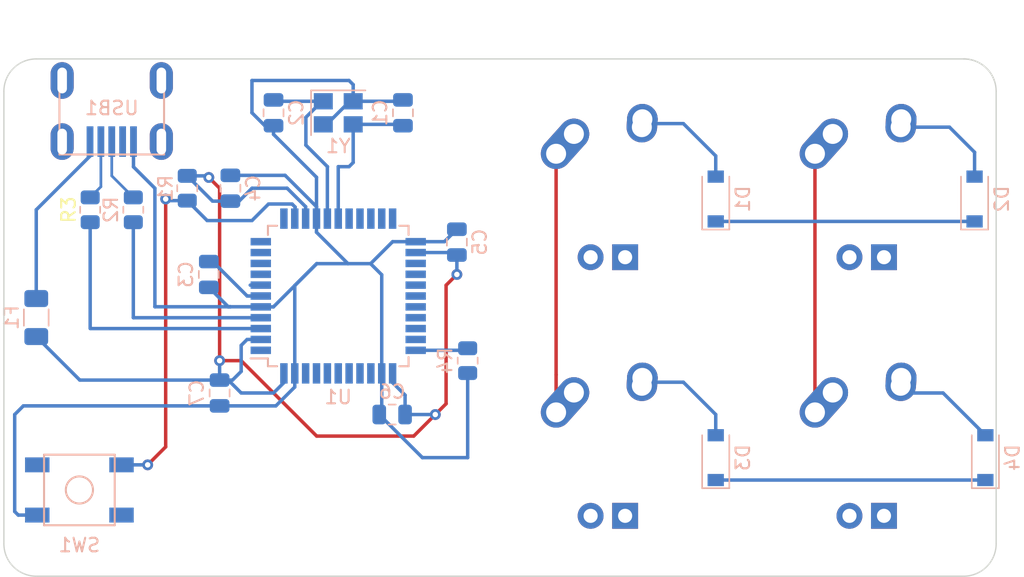
<source format=kicad_pcb>
(kicad_pcb (version 20211014) (generator pcbnew)
  (layers (0 "F.Cu" signal) (31 "B.Cu" signal) (34 "B.Paste" user) (35 "F.Paste" user) (36 "B.SilkS" user "B.Silkscreen") (37 "F.SilkS" user "F.Silkscreen") (38 "B.Mask" user) (39 "F.Mask" user) (44 "Edge.Cuts" user))
  (net 0 "")
  (net 1 "GND")
  (net 2 "Net-(C1-Pad2)")
  (net 3 "Net-(C2-Pad2)")
  (net 4 "Net-(C3-Pad1)")
  (net 5 "+5V")
  (net 6 "ROW0")
  (net 7 "Net-(D1-Pad2)")
  (net 8 "Net-(D2-Pad2)")
  (net 9 "ROW1")
  (net 10 "Net-(D3-Pad2)")
  (net 11 "Net-(D4-Pad2)")
  (net 12 "VCC")
  (net 13 "COL0")
  (net 14 "COL1")
  (net 15 "Net-(R1-Pad2)")
  (net 16 "D+")
  (net 17 "Net-(R2-Pad2)")
  (net 18 "D-")
  (net 19 "Net-(R3-Pad2)")
  (net 20 "Net-(R4-Pad1)")
  (footprint "MX_Alps_Hybrid:MX-1U" (layer "F.Cu") (at 142.875 93.6625)
    (fp_text reference "MX1")
    (fp_text value "MX-NoLED")
    (pad "" np_thru_hole circle locked (at 5.08 0 48.0996) (size 1.75 1.75) (drill 1.75) (layers *.Cu *.Mask))
    (pad "" np_thru_hole circle locked (at 0 0) (size 3.9878 3.9878) (drill 3.9878) (layers *.Cu *.Mask))
    (pad "" np_thru_hole circle locked (at -5.08 0 48.0996) (size 1.75 1.75) (drill 1.75) (layers *.Cu *.Mask))
    (pad "1" thru_hole oval locked (at -3.81 -2.54 48.0996) (size 4.211556 2.25) (drill 1.47 (offset 0.980778 0)) (layers *.Cu "B.Mask") (net 13 "COL0"))
    (pad "1" thru_hole circle locked (at -2.5 -4) (size 2.25 2.25) (drill 1.47) (layers *.Cu "B.Mask") (net 13 "COL0"))
    (pad "2" thru_hole oval locked (at 2.5 -4.5 86.0548) (size 2.831378 2.25) (drill 1.47 (offset 0.290689 0)) (layers *.Cu "B.Mask") (net 7 "Net-(D1-Pad2)"))
    (pad "2" thru_hole circle locked (at 2.54 -5.08) (size 2.25 2.25) (drill 1.47) (layers *.Cu "B.Mask") (net 7 "Net-(D1-Pad2)"))
    (pad "3" thru_hole circle locked (at -1.27 5.08) (size 1.905 1.905) (drill 1.04) (layers *.Cu "B.Mask"))
    (pad "4" thru_hole rect locked (at 1.27 5.08) (size 1.905 1.905) (drill 1.04) (layers *.Cu "B.Mask"))
  )
  (footprint "MX_Alps_Hybrid:MX-1U" (layer "F.Cu") (at 142.875 112.7125)
    (fp_text reference "MX3")
    (fp_text value "MX-NoLED")
    (pad "" np_thru_hole circle locked (at -5.08 0 48.0996) (size 1.75 1.75) (drill 1.75) (layers *.Cu *.Mask))
    (pad "" np_thru_hole circle locked (at 0 0) (size 3.9878 3.9878) (drill 3.9878) (layers *.Cu *.Mask))
    (pad "" np_thru_hole circle locked (at 5.08 0 48.0996) (size 1.75 1.75) (drill 1.75) (layers *.Cu *.Mask))
    (pad "1" thru_hole circle locked (at -2.5 -4) (size 2.25 2.25) (drill 1.47) (layers *.Cu "B.Mask") (net 13 "COL0"))
    (pad "1" thru_hole oval locked (at -3.81 -2.54 48.0996) (size 4.211556 2.25) (drill 1.47 (offset 0.980778 0)) (layers *.Cu "B.Mask") (net 13 "COL0"))
    (pad "2" thru_hole circle locked (at 2.54 -5.08) (size 2.25 2.25) (drill 1.47) (layers *.Cu "B.Mask") (net 10 "Net-(D3-Pad2)"))
    (pad "2" thru_hole oval locked (at 2.5 -4.5 86.0548) (size 2.831378 2.25) (drill 1.47 (offset 0.290689 0)) (layers *.Cu "B.Mask") (net 10 "Net-(D3-Pad2)"))
    (pad "3" thru_hole circle locked (at -1.27 5.08) (size 1.905 1.905) (drill 1.04) (layers *.Cu "B.Mask"))
    (pad "4" thru_hole rect locked (at 1.27 5.08) (size 1.905 1.905) (drill 1.04) (layers *.Cu "B.Mask"))
  )
  (footprint "MX_Alps_Hybrid:MX-1U" (layer "F.Cu") (at 161.925 112.7125)
    (fp_text reference "MX4")
    (fp_text value "MX-NoLED")
    (pad "" np_thru_hole circle locked (at 0 0) (size 3.9878 3.9878) (drill 3.9878) (layers *.Cu *.Mask))
    (pad "" np_thru_hole circle locked (at 5.08 0 48.0996) (size 1.75 1.75) (drill 1.75) (layers *.Cu *.Mask))
    (pad "" np_thru_hole circle locked (at -5.08 0 48.0996) (size 1.75 1.75) (drill 1.75) (layers *.Cu *.Mask))
    (pad "1" thru_hole oval locked (at -3.81 -2.54 48.0996) (size 4.211556 2.25) (drill 1.47 (offset 0.980778 0)) (layers *.Cu "B.Mask") (net 14 "COL1"))
    (pad "1" thru_hole circle locked (at -2.5 -4) (size 2.25 2.25) (drill 1.47) (layers *.Cu "B.Mask") (net 14 "COL1"))
    (pad "2" thru_hole circle locked (at 2.54 -5.08) (size 2.25 2.25) (drill 1.47) (layers *.Cu "B.Mask") (net 11 "Net-(D4-Pad2)"))
    (pad "2" thru_hole oval locked (at 2.5 -4.5 86.0548) (size 2.831378 2.25) (drill 1.47 (offset 0.290689 0)) (layers *.Cu "B.Mask") (net 11 "Net-(D4-Pad2)"))
    (pad "3" thru_hole circle locked (at -1.27 5.08) (size 1.905 1.905) (drill 1.04) (layers *.Cu "B.Mask"))
    (pad "4" thru_hole rect locked (at 1.27 5.08) (size 1.905 1.905) (drill 1.04) (layers *.Cu "B.Mask"))
  )
  (footprint "MX_Alps_Hybrid:MX-1U" (layer "F.Cu") (at 161.925 93.6625)
    (fp_text reference "MX2")
    (fp_text value "MX-NoLED")
    (pad "" np_thru_hole circle locked (at 0 0) (size 3.9878 3.9878) (drill 3.9878) (layers *.Cu *.Mask))
    (pad "" np_thru_hole circle locked (at 5.08 0 48.0996) (size 1.75 1.75) (drill 1.75) (layers *.Cu *.Mask))
    (pad "" np_thru_hole circle locked (at -5.08 0 48.0996) (size 1.75 1.75) (drill 1.75) (layers *.Cu *.Mask))
    (pad "1" thru_hole circle locked (at -2.5 -4) (size 2.25 2.25) (drill 1.47) (layers *.Cu "B.Mask") (net 14 "COL1"))
    (pad "1" thru_hole oval locked (at -3.81 -2.54 48.0996) (size 4.211556 2.25) (drill 1.47 (offset 0.980778 0)) (layers *.Cu "B.Mask") (net 14 "COL1"))
    (pad "2" thru_hole circle locked (at 2.54 -5.08) (size 2.25 2.25) (drill 1.47) (layers *.Cu "B.Mask") (net 8 "Net-(D2-Pad2)"))
    (pad "2" thru_hole oval locked (at 2.5 -4.5 86.0548) (size 2.831378 2.25) (drill 1.47 (offset 0.290689 0)) (layers *.Cu "B.Mask") (net 8 "Net-(D2-Pad2)"))
    (pad "3" thru_hole circle locked (at -1.27 5.08) (size 1.905 1.905) (drill 1.04) (layers *.Cu "B.Mask"))
    (pad "4" thru_hole rect locked (at 1.27 5.08) (size 1.905 1.905) (drill 1.04) (layers *.Cu "B.Mask"))
  )
  (footprint "Resistor_SMD:R_0805_2012Metric" (layer "B.Cu") (at 132.55625 106.3625 -90)
    (fp_text reference "R4" (at 0 1.65 90) (layer "B.SilkS") (effects (justify mirror)))
    (fp_text value "10k")
    (fp_line (start -0.227064 0.735) (end 0.227064 0.735) (layer "B.SilkS") (width 0.12))
    (fp_line (start -0.227064 -0.735) (end 0.227064 -0.735) (layer "B.SilkS") (width 0.12))
    (pad "1" smd roundrect (at -0.9125 0 270) (size 1.025 1.4) (layers "B.Cu" "B.Paste" "B.Mask") (roundrect_rratio 0.243902) (net 20 "Net-(R4-Pad1)"))
    (pad "2" smd roundrect (at 0.9125 0 270) (size 1.025 1.4) (layers "B.Cu" "B.Paste" "B.Mask") (roundrect_rratio 0.243902) (net 1 "GND"))
  )
  (footprint "Diode_SMD:D_SOD-123" (layer "B.Cu") (at 170.65625 113.50625 90)
    (fp_text reference "D4" (at 0 2 90) (layer "B.SilkS") (effects (justify mirror)))
    (fp_text value "D_Small")
    (fp_line (start -2.25 1) (end 1.65 1) (layer "B.SilkS") (width 0.12))
    (fp_line (start -2.25 -1) (end 1.65 -1) (layer "B.SilkS") (width 0.12))
    (fp_line (start -2.25 1) (end -2.25 -1) (layer "B.SilkS") (width 0.12))
    (pad "1" smd rect (at -1.65 0 90) (size 0.9 1.2) (layers "B.Cu" "B.Paste" "B.Mask") (net 9 "ROW1"))
    (pad "2" smd rect (at 1.65 0 90) (size 0.9 1.2) (layers "B.Cu" "B.Paste" "B.Mask") (net 11 "Net-(D4-Pad2)"))
  )
  (footprint "Capacitor_SMD:C_0805_2012Metric" (layer "B.Cu") (at 118.26875 88.10625 90)
    (fp_text reference "C2" (at 0 1.68 90) (layer "B.SilkS") (effects (justify mirror)))
    (fp_text value "22pF")
    (fp_line (start -0.261252 -0.735) (end 0.261252 -0.735) (layer "B.SilkS") (width 0.12))
    (fp_line (start -0.261252 0.735) (end 0.261252 0.735) (layer "B.SilkS") (width 0.12))
    (pad "1" smd roundrect (at -0.95 0 90) (size 1 1.45) (layers "B.Cu" "B.Paste" "B.Mask") (net 1 "GND"))
    (pad "2" smd roundrect (at 0.95 0 90) (size 1 1.45) (layers "B.Cu" "B.Paste" "B.Mask") (net 3 "Net-(C2-Pad2)"))
  )
  (footprint "Capacitor_SMD:C_0805_2012Metric" (layer "B.Cu") (at 131.7625 97.63125 90)
    (fp_text reference "C5" (at 0 1.68 90) (layer "B.SilkS") (effects (justify mirror)))
    (fp_text value ".1uF")
    (fp_line (start -0.261252 -0.735) (end 0.261252 -0.735) (layer "B.SilkS") (width 0.12))
    (fp_line (start -0.261252 0.735) (end 0.261252 0.735) (layer "B.SilkS") (width 0.12))
    (pad "1" smd roundrect (at -0.95 0 90) (size 1 1.45) (layers "B.Cu" "B.Paste" "B.Mask") (net 5 "+5V"))
    (pad "2" smd roundrect (at 0.95 0 90) (size 1 1.45) (layers "B.Cu" "B.Paste" "B.Mask") (net 1 "GND"))
  )
  (footprint "Crystal:Crystal_SMD_3225-4Pin_3.2x2.5mm" (layer "B.Cu") (at 123.03125 88.10625)
    (fp_text reference "Y1" (at 0 2.45) (layer "B.SilkS") (effects (justify mirror)))
    (fp_text value "16MHz")
    (fp_line (start -2 -1.65) (end 2 -1.65) (layer "B.SilkS") (width 0.12))
    (fp_line (start -2 1.65) (end -2 -1.65) (layer "B.SilkS") (width 0.12))
    (pad "1" smd rect (at -1.1 -0.85) (size 1.4 1.2) (layers "B.Cu" "B.Paste" "B.Mask") (net 3 "Net-(C2-Pad2)"))
    (pad "2" smd rect (at 1.1 -0.85) (size 1.4 1.2) (layers "B.Cu" "B.Paste" "B.Mask") (net 1 "GND"))
    (pad "3" smd rect (at 1.1 0.85) (size 1.4 1.2) (layers "B.Cu" "B.Paste" "B.Mask") (net 2 "Net-(C1-Pad2)"))
    (pad "4" smd rect (at -1.1 0.85) (size 1.4 1.2) (layers "B.Cu" "B.Paste" "B.Mask") (net 1 "GND"))
  )
  (footprint "Capacitor_SMD:C_0805_2012Metric" (layer "B.Cu") (at 127 110.33125 180)
    (fp_text reference "C6" (at 0 1.68) (layer "B.SilkS") (effects (justify mirror)))
    (fp_text value ".1uF")
    (fp_line (start -0.261252 -0.735) (end 0.261252 -0.735) (layer "B.SilkS") (width 0.12))
    (fp_line (start -0.261252 0.735) (end 0.261252 0.735) (layer "B.SilkS") (width 0.12))
    (pad "1" smd roundrect (at -0.95 0 180) (size 1 1.45) (layers "B.Cu" "B.Paste" "B.Mask") (net 5 "+5V"))
    (pad "2" smd roundrect (at 0.95 0 180) (size 1 1.45) (layers "B.Cu" "B.Paste" "B.Mask") (net 1 "GND"))
  )
  (footprint "random-keyboard-parts:SKQG-1155865" (layer "B.Cu") (at 103.98125 115.8875 180)
    (fp_text reference "SW1" (at 0 -4.064) (layer "B.SilkS") (effects (justify mirror)))
    (fp_text value "SW_Push")
    (fp_line (start 2.6 -2.6) (end -2.6 -2.6) (layer "B.SilkS") (width 0.15))
    (fp_line (start -2.6 2.6) (end 2.6 2.6) (layer "B.SilkS") (width 0.15))
    (fp_line (start -2.6 -2.6) (end -2.6 2.6) (layer "B.SilkS") (width 0.15))
    (fp_line (start 2.6 2.6) (end 2.6 -2.6) (layer "B.SilkS") (width 0.15))
    (fp_circle (center 0 0) (end 1 0) (layer "B.SilkS") (width 0.15) (fill none))
    (pad "1" smd rect locked (at 3.1 -1.85 180) (size 1.8 1.1) (layers "B.Cu" "B.Paste" "B.Mask") (net 1 "GND"))
    (pad "2" smd rect locked (at -3.1 1.85 180) (size 1.8 1.1) (layers "B.Cu" "B.Paste" "B.Mask") (net 15 "Net-(R1-Pad2)"))
    (pad "3" smd rect locked (at 3.1 1.85 180) (size 1.8 1.1) (layers "B.Cu" "B.Paste" "B.Mask"))
    (pad "4" smd rect locked (at -3.1 -1.85 180) (size 1.8 1.1) (layers "B.Cu" "B.Paste" "B.Mask"))
  )
  (footprint "Diode_SMD:D_SOD-123" (layer "B.Cu") (at 150.8125 94.45625 90)
    (fp_text reference "D1" (at 0 2 90) (layer "B.SilkS") (effects (justify mirror)))
    (fp_text value "D_Small")
    (fp_line (start -2.25 -1) (end 1.65 -1) (layer "B.SilkS") (width 0.12))
    (fp_line (start -2.25 1) (end 1.65 1) (layer "B.SilkS") (width 0.12))
    (fp_line (start -2.25 1) (end -2.25 -1) (layer "B.SilkS") (width 0.12))
    (pad "1" smd rect (at -1.65 0 90) (size 0.9 1.2) (layers "B.Cu" "B.Paste" "B.Mask") (net 6 "ROW0"))
    (pad "2" smd rect (at 1.65 0 90) (size 0.9 1.2) (layers "B.Cu" "B.Paste" "B.Mask") (net 7 "Net-(D1-Pad2)"))
  )
  (footprint "Resistor_SMD:R_0805_2012Metric" (layer "B.Cu") (at 107.95 95.25 -90)
    (fp_text reference "R2" (at 0 1.65 90) (layer "B.SilkS") (effects (justify mirror)))
    (fp_text value "22")
    (fp_line (start -0.227064 -0.735) (end 0.227064 -0.735) (layer "B.SilkS") (width 0.12))
    (fp_line (start -0.227064 0.735) (end 0.227064 0.735) (layer "B.SilkS") (width 0.12))
    (pad "1" smd roundrect (at -0.9125 0 270) (size 1.025 1.4) (layers "B.Cu" "B.Paste" "B.Mask") (roundrect_rratio 0.243902) (net 16 "D+"))
    (pad "2" smd roundrect (at 0.9125 0 270) (size 1.025 1.4) (layers "B.Cu" "B.Paste" "B.Mask") (roundrect_rratio 0.243902) (net 17 "Net-(R2-Pad2)"))
  )
  (footprint "Diode_SMD:D_SOD-123" (layer "B.Cu") (at 169.8625 94.45625 90)
    (fp_text reference "D2" (at 0 2 90) (layer "B.SilkS") (effects (justify mirror)))
    (fp_text value "D_Small")
    (fp_line (start -2.25 1) (end -2.25 -1) (layer "B.SilkS") (width 0.12))
    (fp_line (start -2.25 1) (end 1.65 1) (layer "B.SilkS") (width 0.12))
    (fp_line (start -2.25 -1) (end 1.65 -1) (layer "B.SilkS") (width 0.12))
    (pad "1" smd rect (at -1.65 0 90) (size 0.9 1.2) (layers "B.Cu" "B.Paste" "B.Mask") (net 6 "ROW0"))
    (pad "2" smd rect (at 1.65 0 90) (size 0.9 1.2) (layers "B.Cu" "B.Paste" "B.Mask") (net 8 "Net-(D2-Pad2)"))
  )
  (footprint "Fuse:Fuse_1206_3216Metric" (layer "B.Cu") (at 100.80625 103.1875 -90)
    (fp_text reference "F1" (at 0 1.82 90) (layer "B.SilkS") (effects (justify mirror)))
    (fp_text value "500mA")
    (fp_line (start -0.602064 0.91) (end 0.602064 0.91) (layer "B.SilkS") (width 0.12))
    (fp_line (start -0.602064 -0.91) (end 0.602064 -0.91) (layer "B.SilkS") (width 0.12))
    (pad "1" smd roundrect (at -1.4 0 270) (size 1.25 1.75) (layers "B.Cu" "B.Paste" "B.Mask") (roundrect_rratio 0.2) (net 12 "VCC"))
    (pad "2" smd roundrect (at 1.4 0 270) (size 1.25 1.75) (layers "B.Cu" "B.Paste" "B.Mask") (roundrect_rratio 0.2) (net 5 "+5V"))
  )
  (footprint "Resistor_SMD:R_0805_2012Metric" (layer "B.Cu") (at 111.91875 93.6625 -90)
    (fp_text reference "R1" (at 0 1.59625 90) (layer "B.SilkS") (effects (justify mirror)))
    (fp_text value "10k")
    (fp_line (start -0.227064 -0.735) (end 0.227064 -0.735) (layer "B.SilkS") (width 0.12))
    (fp_line (start -0.227064 0.735) (end 0.227064 0.735) (layer "B.SilkS") (width 0.12))
    (pad "1" smd roundrect (at -0.9125 0 270) (size 1.025 1.4) (layers "B.Cu" "B.Paste" "B.Mask") (roundrect_rratio 0.243902) (net 5 "+5V"))
    (pad "2" smd roundrect (at 0.9125 0 270) (size 1.025 1.4) (layers "B.Cu" "B.Paste" "B.Mask") (roundrect_rratio 0.243902) (net 15 "Net-(R1-Pad2)"))
  )
  (footprint "Capacitor_SMD:C_0805_2012Metric" (layer "B.Cu") (at 114.3 108.74375 -90)
    (fp_text reference "C7" (at 0 1.68 90) (layer "B.SilkS") (effects (justify mirror)))
    (fp_text value "10uF")
    (fp_line (start -0.261252 -0.735) (end 0.261252 -0.735) (layer "B.SilkS") (width 0.12))
    (fp_line (start -0.261252 0.735) (end 0.261252 0.735) (layer "B.SilkS") (width 0.12))
    (pad "1" smd roundrect (at -0.95 0 270) (size 1 1.45) (layers "B.Cu" "B.Paste" "B.Mask") (net 5 "+5V"))
    (pad "2" smd roundrect (at 0.95 0 270) (size 1 1.45) (layers "B.Cu" "B.Paste" "B.Mask") (net 1 "GND"))
  )
  (footprint "Resistor_SMD:R_0805_2012Metric" (layer "B.Cu") (at 104.775 95.25 -90)
    (fp_text reference "R3" (at 0 1.5875 -270) (layer "F.SilkS"))
    (fp_text value "22")
    (fp_line (start -0.227064 0.735) (end 0.227064 0.735) (layer "B.SilkS") (width 0.12))
    (fp_line (start -0.227064 -0.735) (end 0.227064 -0.735) (layer "B.SilkS") (width 0.12))
    (pad "1" smd roundrect (at -0.9125 0 270) (size 1.025 1.4) (layers "B.Cu" "B.Paste" "B.Mask") (roundrect_rratio 0.243902) (net 18 "D-"))
    (pad "2" smd roundrect (at 0.9125 0 270) (size 1.025 1.4) (layers "B.Cu" "B.Paste" "B.Mask") (roundrect_rratio 0.243902) (net 19 "Net-(R3-Pad2)"))
  )
  (footprint "random-keyboard-parts:Molex-0548190589" (layer "B.Cu") (at 106.3625 85.725 -90)
    (fp_text reference "USB1" (at 2.032 0) (layer "B.SilkS") (effects (justify mirror)))
    (fp_text value "Molex-0548190589")
    (fp_line (start 5.45 3.85) (end 5.45 -3.85) (layer "B.SilkS") (width 0.15))
    (fp_line (start 0 -3.85) (end 5.45 -3.85) (layer "B.SilkS") (width 0.15))
    (fp_line (start 0 3.85) (end 5.45 3.85) (layer "B.SilkS") (width 0.15))
    (pad "1" smd rect locked (at 4.5 -1.6 270) (size 2.25 0.5) (layers "B.Cu" "B.Paste" "B.Mask") (net 1 "GND"))
    (pad "2" smd rect locked (at 4.5 -0.8 270) (size 2.25 0.5) (layers "B.Cu" "B.Paste" "B.Mask"))
    (pad "3" smd rect locked (at 4.5 0 270) (size 2.25 0.5) (layers "B.Cu" "B.Paste" "B.Mask") (net 16 "D+"))
    (pad "4" smd rect locked (at 4.5 0.8 270) (size 2.25 0.5) (layers "B.Cu" "B.Paste" "B.Mask") (net 18 "D-"))
    (pad "5" smd rect locked (at 4.5 1.6 270) (size 2.25 0.5) (layers "B.Cu" "B.Paste" "B.Mask") (net 12 "VCC"))
    (pad "6" thru_hole oval locked (at 0 -3.65 270) (size 2.7 1.7) (drill oval 1.9 0.7) (layers *.Cu *.Mask))
    (pad "6" thru_hole oval locked (at 4.5 3.65 270) (size 2.7 1.7) (drill oval 1.9 0.7) (layers *.Cu *.Mask))
    (pad "6" thru_hole oval locked (at 0 3.65 270) (size 2.7 1.7) (drill oval 1.9 0.7) (layers *.Cu *.Mask))
    (pad "6" thru_hole oval locked (at 4.5 -3.65 270) (size 2.7 1.7) (drill oval 1.9 0.7) (layers *.Cu *.Mask))
  )
  (footprint "Package_QFP:TQFP-44_10x10mm_P0.8mm" (layer "B.Cu") (at 123.03125 101.6)
    (fp_text reference "U1" (at 0 7.45) (layer "B.SilkS") (effects (justify mirror)))
    (fp_text value "ATmega32U4-A")
    (fp_line (start 5.175 -5.175) (end 5.175 -4.5) (layer "B.SilkS") (width 0.15))
    (fp_line (start 5.175 -5.175) (end 4.5 -5.175) (layer "B.SilkS") (width 0.15))
    (fp_line (start -5.175 4.6) (end -6.45 4.6) (layer "B.SilkS") (width 0.15))
    (fp_line (start 5.175 5.175) (end 4.5 5.175) (layer "B.SilkS") (width 0.15))
    (fp_line (start -5.175 5.175) (end -5.175 4.6) (layer "B.SilkS") (width 0.15))
    (fp_line (start -5.175 5.175) (end -4.5 5.175) (layer "B.SilkS") (width 0.15))
    (fp_line (start -5.175 -5.175) (end -5.175 -4.5) (layer "B.SilkS") (width 0.15))
    (fp_line (start 5.175 5.175) (end 5.175 4.5) (layer "B.SilkS") (width 0.15))
    (fp_line (start -5.175 -5.175) (end -4.5 -5.175) (layer "B.SilkS") (width 0.15))
    (pad "1" smd rect (at -5.7 4) (size 1.5 0.55) (layers "B.Cu" "B.Paste" "B.Mask"))
    (pad "2" smd rect (at -5.7 3.2) (size 1.5 0.55) (layers "B.Cu" "B.Paste" "B.Mask") (net 5 "+5V"))
    (pad "3" smd rect (at -5.7 2.4) (size 1.5 0.55) (layers "B.Cu" "B.Paste" "B.Mask") (net 19 "Net-(R3-Pad2)"))
    (pad "4" smd rect (at -5.7 1.6) (size 1.5 0.55) (layers "B.Cu" "B.Paste" "B.Mask") (net 17 "Net-(R2-Pad2)"))
    (pad "5" smd rect (at -5.7 0.8) (size 1.5 0.55) (layers "B.Cu" "B.Paste" "B.Mask") (net 1 "GND"))
    (pad "6" smd rect (at -5.7 0) (size 1.5 0.55) (layers "B.Cu" "B.Paste" "B.Mask") (net 4 "Net-(C3-Pad1)"))
    (pad "7" smd rect (at -5.7 -0.8) (size 1.5 0.55) (layers "B.Cu" "B.Paste" "B.Mask") (net 5 "+5V"))
    (pad "8" smd rect (at -5.7 -1.6) (size 1.5 0.55) (layers "B.Cu" "B.Paste" "B.Mask"))
    (pad "9" smd rect (at -5.7 -2.4) (size 1.5 0.55) (layers "B.Cu" "B.Paste" "B.Mask"))
    (pad "10" smd rect (at -5.7 -3.2) (size 1.5 0.55) (layers "B.Cu" "B.Paste" "B.Mask"))
    (pad "11" smd rect (at -5.7 -4) (size 1.5 0.55) (layers "B.Cu" "B.Paste" "B.Mask"))
    (pad "12" smd rect (at -4 -5.7 270) (size 1.5 0.55) (layers "B.Cu" "B.Paste" "B.Mask"))
    (pad "13" smd rect (at -3.2 -5.7 270) (size 1.5 0.55) (layers "B.Cu" "B.Paste" "B.Mask") (net 15 "Net-(R1-Pad2)"))
    (pad "14" smd rect (at -2.4 -5.7 270) (size 1.5 0.55) (layers "B.Cu" "B.Paste" "B.Mask") (net 5 "+5V"))
    (pad "15" smd rect (at -1.6 -5.7 270) (size 1.5 0.55) (layers "B.Cu" "B.Paste" "B.Mask") (net 1 "GND"))
    (pad "16" smd rect (at -0.8 -5.7 270) (size 1.5 0.55) (layers "B.Cu" "B.Paste" "B.Mask") (net 3 "Net-(C2-Pad2)"))
    (pad "17" smd rect (at 0 -5.7 270) (size 1.5 0.55) (layers "B.Cu" "B.Paste" "B.Mask") (net 2 "Net-(C1-Pad2)"))
    (pad "18" smd rect (at 0.8 -5.7 270) (size 1.5 0.55) (layers "B.Cu" "B.Paste" "B.Mask"))
    (pad "19" smd rect (at 1.6 -5.7 270) (size 1.5 0.55) (layers "B.Cu" "B.Paste" "B.Mask"))
    (pad "20" smd rect (at 2.4 -5.7 270) (size 1.5 0.55) (layers "B.Cu" "B.Paste" "B.Mask"))
    (pad "21" smd rect (at 3.2 -5.7 270) (size 1.5 0.55) (layers "B.Cu" "B.Paste" "B.Mask"))
    (pad "22" smd rect (at 4 -5.7 270) (size 1.5 0.55) (layers "B.Cu" "B.Paste" "B.Mask"))
    (pad "23" smd rect (at 5.7 -4) (size 1.5 0.55) (layers "B.Cu" "B.Paste" "B.Mask") (net 1 "GND"))
    (pad "24" smd rect (at 5.7 -3.2) (size 1.5 0.55) (layers "B.Cu" "B.Paste" "B.Mask") (net 5 "+5V"))
    (pad "25" smd rect (at 5.7 -2.4) (size 1.5 0.55) (layers "B.Cu" "B.Paste" "B.Mask"))
    (pad "26" smd rect (at 5.7 -1.6) (size 1.5 0.55) (layers "B.Cu" "B.Paste" "B.Mask"))
    (pad "27" smd rect (at 5.7 -0.8) (size 1.5 0.55) (layers "B.Cu" "B.Paste" "B.Mask"))
    (pad "28" smd rect (at 5.7 0) (size 1.5 0.55) (layers "B.Cu" "B.Paste" "B.Mask"))
    (pad "29" smd rect (at 5.7 0.8) (size 1.5 0.55) (layers "B.Cu" "B.Paste" "B.Mask"))
    (pad "30" smd rect (at 5.7 1.6) (size 1.5 0.55) (layers "B.Cu" "B.Paste" "B.Mask"))
    (pad "31" smd rect (at 5.7 2.4) (size 1.5 0.55) (layers "B.Cu" "B.Paste" "B.Mask"))
    (pad "32" smd rect (at 5.7 3.2) (size 1.5 0.55) (layers "B.Cu" "B.Paste" "B.Mask"))
    (pad "33" smd rect (at 5.7 4) (size 1.5 0.55) (layers "B.Cu" "B.Paste" "B.Mask") (net 20 "Net-(R4-Pad1)"))
    (pad "34" smd rect (at 4 5.7 270) (size 1.5 0.55) (layers "B.Cu" "B.Paste" "B.Mask") (net 5 "+5V"))
    (pad "35" smd rect (at 3.2 5.7 270) (size 1.5 0.55) (layers "B.Cu" "B.Paste" "B.Mask") (net 1 "GND"))
    (pad "36" smd rect (at 2.4 5.7 270) (size 1.5 0.55) (layers "B.Cu" "B.Paste" "B.Mask"))
    (pad "37" smd rect (at 1.6 5.7 270) (size 1.5 0.55) (layers "B.Cu" "B.Paste" "B.Mask"))
    (pad "38" smd rect (at 0.8 5.7 270) (size 1.5 0.55) (layers "B.Cu" "B.Paste" "B.Mask"))
    (pad "39" smd rect (at 0 5.7 270) (size 1.5 0.55) (layers "B.Cu" "B.Paste" "B.Mask"))
    (pad "40" smd rect (at -0.8 5.7 270) (size 1.5 0.55) (layers "B.Cu" "B.Paste" "B.Mask"))
    (pad "41" smd rect (at -1.6 5.7 270) (size 1.5 0.55) (layers "B.Cu" "B.Paste" "B.Mask"))
    (pad "42" smd rect (at -2.4 5.7 270) (size 1.5 0.55) (layers "B.Cu" "B.Paste" "B.Mask"))
    (pad "43" smd rect (at -3.2 5.7 270) (size 1.5 0.55) (layers "B.Cu" "B.Paste" "B.Mask") (net 1 "GND"))
    (pad "44" smd rect (at -4 5.7 270) (size 1.5 0.55) (layers "B.Cu" "B.Paste" "B.Mask") (net 5 "+5V"))
  )
  (footprint "Capacitor_SMD:C_0805_2012Metric" (layer "B.Cu") (at 113.50625 100.0125 -90)
    (fp_text reference "C3" (at 0 1.68 90) (layer "B.SilkS") (effects (justify mirror)))
    (fp_text value "1uF")
    (fp_line (start -0.261252 0.735) (end 0.261252 0.735) (layer "B.SilkS") (width 0.12))
    (fp_line (start -0.261252 -0.735) (end 0.261252 -0.735) (layer "B.SilkS") (width 0.12))
    (pad "1" smd roundrect (at -0.95 0 270) (size 1 1.45) (layers "B.Cu" "B.Paste" "B.Mask") (net 4 "Net-(C3-Pad1)"))
    (pad "2" smd roundrect (at 0.95 0 270) (size 1 1.45) (layers "B.Cu" "B.Paste" "B.Mask") (net 1 "GND"))
  )
  (footprint "Capacitor_SMD:C_0805_2012Metric" (layer "B.Cu") (at 115.09375 93.6625 90)
    (fp_text reference "C4" (at 0 1.68 90) (layer "B.SilkS") (effects (justify mirror)))
    (fp_text value ".1uF")
    (fp_line (start -0.261252 0.735) (end 0.261252 0.735) (layer "B.SilkS") (width 0.12))
    (fp_line (start -0.261252 -0.735) (end 0.261252 -0.735) (layer "B.SilkS") (width 0.12))
    (pad "1" smd roundrect (at -0.95 0 90) (size 1 1.45) (layers "B.Cu" "B.Paste" "B.Mask") (net 5 "+5V"))
    (pad "2" smd roundrect (at 0.95 0 90) (size 1 1.45) (layers "B.Cu" "B.Paste" "B.Mask") (net 1 "GND"))
  )
  (footprint "Diode_SMD:D_SOD-123" (layer "B.Cu") (at 150.8125 113.50625 90)
    (fp_text reference "D3" (at 0 2 90) (layer "B.SilkS") (effects (justify mirror)))
    (fp_text value "D_Small")
    (fp_line (start -2.25 -1) (end 1.65 -1) (layer "B.SilkS") (width 0.12))
    (fp_line (start -2.25 1) (end 1.65 1) (layer "B.SilkS") (width 0.12))
    (fp_line (start -2.25 1) (end -2.25 -1) (layer "B.SilkS") (width 0.12))
    (pad "1" smd rect (at -1.65 0 90) (size 0.9 1.2) (layers "B.Cu" "B.Paste" "B.Mask") (net 9 "ROW1"))
    (pad "2" smd rect (at 1.65 0 90) (size 0.9 1.2) (layers "B.Cu" "B.Paste" "B.Mask") (net 10 "Net-(D3-Pad2)"))
  )
  (footprint "Capacitor_SMD:C_0805_2012Metric" (layer "B.Cu") (at 127.79375 88.10625 -90)
    (fp_text reference "C1" (at 0 1.68 90) (layer "B.SilkS") (effects (justify mirror)))
    (fp_text value "22pF")
    (fp_line (start -0.261252 -0.735) (end 0.261252 -0.735) (layer "B.SilkS") (width 0.12))
    (fp_line (start -0.261252 0.735) (end 0.261252 0.735) (layer "B.SilkS") (width 0.12))
    (pad "1" smd roundrect (at -0.95 0 270) (size 1 1.45) (layers "B.Cu" "B.Paste" "B.Mask") (net 1 "GND"))
    (pad "2" smd roundrect (at 0.95 0 270) (size 1 1.45) (layers "B.Cu" "B.Paste" "B.Mask") (net 2 "Net-(C1-Pad2)"))
  )
  (gr_arc (start 169.06875 84.1375) (mid 170.461091 84.58698) (end 171.327802 85.765733) (layer "Edge.Cuts") (width 0.1))
  (gr_line (start 100.80625 84.1375) (end 169.06875 84.1375) (layer "Edge.Cuts") (width 0.1))
  (gr_arc (start 98.425 86.51875) (mid 99.122452 84.834952) (end 100.80625 84.1375) (layer "Edge.Cuts") (width 0.1))
  (gr_line (start 98.425 119.85625) (end 98.425 86.51875) (layer "Edge.Cuts") (width 0.1))
  (gr_arc (start 100.80625 122.2375) (mid 99.122452 121.540048) (end 98.425 119.85625) (layer "Edge.Cuts") (width 0.1))
  (gr_arc (start 171.45 119.85625) (mid 170.752548 121.540048) (end 169.06875 122.2375) (layer "Edge.Cuts") (width 0.1))
  (gr_line (start 169.06875 122.2375) (end 100.80625 122.2375) (layer "Edge.Cuts") (width 0.1))
  (gr_line (start 171.45 86.51875) (end 171.45 119.85625) (layer "Edge.Cuts") (width 0.1))
  (gr_arc (start 169.06875 84.1375) (mid 170.752548 84.834952) (end 171.45 86.51875) (layer "Edge.Cuts") (width 0.1))
  (segment (start 118.26875 89.05625) (end 117.63125 89.05625) (width 0.254) (layer "B.Cu") (net 1))
  (segment (start 122.18125 88.95625) (end 123.88125 87.25625) (width 0.254) (layer "B.Cu") (net 1))
  (segment (start 125.4125 99.21875) (end 127.03125 97.6) (width 0.254) (layer "B.Cu") (net 1))
  (segment (start 123.746 99.21875) (end 121.44375 99.21875) (width 0.254) (layer "B.Cu") (net 1))
  (segment (start 127.69375 87.25625) (end 124.13125 87.25625) (width 0.254) (layer "B.Cu") (net 1))
  (segment (start 119.83125 100.83125) (end 119.83125 107.3) (width 0.254) (layer "B.Cu") (net 1))
  (segment (start 99.85625 109.69375) (end 114.3 109.69375) (width 0.254) (layer "B.Cu") (net 1))
  (segment (start 132.55625 113.50625) (end 132.55625 107.275) (width 0.254) (layer "B.Cu") (net 1))
  (segment (start 113.50625 100.9625) (end 114.9375 102.39375) (width 0.254) (layer "B.Cu") (net 1))
  (segment (start 116.68125 88.10625) (end 116.68125 85.725) (width 0.254) (layer "B.Cu") (net 1))
  (segment (start 121.44375 99.21875) (end 119.83125 100.83125) (width 0.254) (layer "B.Cu") (net 1))
  (segment (start 99.21875 110.33125) (end 99.85625 109.69375) (width 0.254) (layer "B.Cu") (net 1))
  (segment (start 115.09375 92.7125) (end 119.121772 92.7125) (width 0.254) (layer "B.Cu") (net 1))
  (segment (start 119.83125 107.3) (end 119.83125 108.304) (width 0.254) (layer "B.Cu") (net 1))
  (segment (start 121.43125 96.904) (end 123.746 99.21875) (width 0.254) (layer "B.Cu") (net 1))
  (segment (start 107.9625 90.225) (end 107.9625 92.0875) (width 0.254) (layer "B.Cu") (net 1))
  (segment (start 124.13125 86.03125) (end 124.13125 87.25625) (width 0.254) (layer "B.Cu") (net 1))
  (segment (start 115.09375 102.39375) (end 117.475 102.39375) (width 0.254) (layer "B.Cu") (net 1))
  (segment (start 118.4415 109.69375) (end 114.3 109.69375) (width 0.254) (layer "B.Cu") (net 1))
  (segment (start 119.83125 108.304) (end 118.4415 109.69375) (width 0.254) (layer "B.Cu") (net 1))
  (segment (start 121.43125 95.9) (end 121.43125 92.85625) (width 0.254) (layer "B.Cu") (net 1))
  (segment (start 121.44375 99.21875) (end 118.2625 102.4) (width 0.254) (layer "B.Cu") (net 1))
  (segment (start 126.23125 110.15) (end 126.05 110.33125) (width 0.254) (layer "B.Cu") (net 1))
  (segment (start 125.4125 99.21875) (end 126.23125 100.0375) (width 0.254) (layer "B.Cu") (net 1))
  (segment (start 114.9375 102.39375) (end 115.09375 102.39375) (width 0.254) (layer "B.Cu") (net 1))
  (segment (start 116.68125 85.725) (end 123.825 85.725) (width 0.254) (layer "B.Cu") (net 1))
  (segment (start 126.23125 107.3) (end 126.23125 110.15) (width 0.254) (layer "B.Cu") (net 1))
  (segment (start 121.43125 95.9) (end 121.43125 96.904) (width 0.254) (layer "B.Cu") (net 1))
  (segment (start 123.825 85.725) (end 124.13125 86.03125) (width 0.254) (layer "B.Cu") (net 1))
  (segment (start 123.746 99.21875) (end 125.4125 99.21875) (width 0.254) (layer "B.Cu") (net 1))
  (segment (start 109.5375 93.6625) (end 109.5375 102.39375) (width 0.254) (layer "B.Cu") (net 1))
  (segment (start 100.88125 117.7375) (end 99.48125 117.7375) (width 0.254) (layer "B.Cu") (net 1))
  (segment (start 121.43125 92.85625) (end 118.26875 89.69375) (width 0.254) (layer "B.Cu") (net 1))
  (segment (start 107.9625 92.0875) (end 109.5375 93.6625) (width 0.254) (layer "B.Cu") (net 1))
  (segment (start 123.88125 87.25625) (end 124.13125 87.25625) (width 0.254) (layer "B.Cu") (net 1))
  (segment (start 131.7625 96.68125) (end 130.84375 97.6) (width 0.254) (layer "B.Cu") (net 1))
  (segment (start 119.121772 92.7125) (end 121.43125 95.021978) (width 0.254) (layer "B.Cu") (net 1))
  (segment (start 99.21875 117.475) (end 99.21875 110.33125) (width 0.254) (layer "B.Cu") (net 1))
  (segment (start 126.05 110.33125) (end 129.225 113.50625) (width 0.254) (layer "B.Cu") (net 1))
  (segment (start 117.63125 89.05625) (end 116.68125 88.10625) (width 0.254) (layer "B.Cu") (net 1))
  (segment (start 109.5375 102.39375) (end 115.09375 102.39375) (width 0.254) (layer "B.Cu") (net 1))
  (segment (start 127.79375 87.15625) (end 127.69375 87.25625) (width 0.254) (layer "B.Cu") (net 1))
  (segment (start 121.93125 88.95625) (end 122.18125 88.95625) (width 0.254) (layer "B.Cu") (net 1))
  (segment (start 130.84375 97.6) (end 128.73125 97.6) (width 0.254) (layer "B.Cu") (net 1))
  (segment (start 127.03125 97.6) (end 128.73125 97.6) (width 0.254) (layer "B.Cu") (net 1))
  (segment (start 118.26875 89.69375) (end 118.26875 89.05625) (width 0.254) (layer "B.Cu") (net 1))
  (segment (start 118.2625 102.4) (end 117.33125 102.4) (width 0.254) (layer "B.Cu") (net 1))
  (segment (start 99.48125 117.7375) (end 99.21875 117.475) (width 0.254) (layer "B.Cu") (net 1))
  (segment (start 126.23125 100.0375) (end 126.23125 107.3) (width 0.254) (layer "B.Cu") (net 1))
  (segment (start 129.225 113.50625) (end 132.55625 113.50625) (width 0.254) (layer "B.Cu") (net 1))
  (segment (start 121.43125 95.021978) (end 121.43125 95.9) (width 0.254) (layer "B.Cu") (net 1))
  (segment (start 124.13125 88.95625) (end 127.69375 88.95625) (width 0.254) (layer "B.Cu") (net 2))
  (segment (start 123.03125 95.9) (end 123.03125 92.075) (width 0.254) (layer "B.Cu") (net 2))
  (segment (start 127.69375 88.95625) (end 127.79375 89.05625) (width 0.254) (layer "B.Cu") (net 2))
  (segment (start 123.825 92.075) (end 124.13125 91.76875) (width 0.254) (layer "B.Cu") (net 2))
  (segment (start 124.13125 91.76875) (end 124.13125 88.95625) (width 0.254) (layer "B.Cu") (net 2))
  (segment (start 123.03125 92.075) (end 123.825 92.075) (width 0.254) (layer "B.Cu") (net 2))
  (segment (start 121.83125 87.25625) (end 120.65 88.4375) (width 0.254) (layer "B.Cu") (net 3))
  (segment (start 118.36875 87.25625) (end 121.93125 87.25625) (width 0.254) (layer "B.Cu") (net 3))
  (segment (start 120.65 88.4375) (end 120.65 90.4875) (width 0.254) (layer "B.Cu") (net 3))
  (segment (start 120.65 90.4875) (end 122.2375 92.075) (width 0.254) (layer "B.Cu") (net 3))
  (segment (start 118.26875 87.15625) (end 118.36875 87.25625) (width 0.254) (layer "B.Cu") (net 3))
  (segment (start 121.93125 87.25625) (end 121.83125 87.25625) (width 0.254) (layer "B.Cu") (net 3))
  (segment (start 122.2375 92.075) (end 122.23125 92.08125) (width 0.254) (layer "B.Cu") (net 3))
  (segment (start 122.23125 92.08125) (end 122.23125 95.9) (width 0.254) (layer "B.Cu") (net 3))
  (segment (start 113.78975 99.0625) (end 113.50625 99.0625) (width 0.254) (layer "B.Cu") (net 4))
  (segment (start 117.33125 101.6) (end 116.32725 101.6) (width 0.254) (layer "B.Cu") (net 4))
  (segment (start 116.32725 101.6) (end 113.78975 99.0625) (width 0.254) (layer "B.Cu") (net 4))
  (segment (start 130.96875 100.80625) (end 131.7625 100.0125) (width 0.254) (layer "F.Cu") (net 5))
  (segment (start 128.5875 111.91875) (end 130.96875 109.5375) (width 0.254) (layer "F.Cu") (net 5))
  (segment (start 114.3 106.3625) (end 114.3 93.6625) (width 0.254) (layer "F.Cu") (net 5))
  (segment (start 114.3 106.3625) (end 115.8875 106.3625) (width 0.254) (layer "F.Cu") (net 5))
  (segment (start 121.44375 111.91875) (end 128.5875 111.91875) (width 0.254) (layer "F.Cu") (net 5))
  (segment (start 130.96875 109.5375) (end 130.96875 100.80625) (width 0.254) (layer "F.Cu") (net 5))
  (segment (start 114.3 93.6625) (end 113.50625 92.86875) (width 0.254) (layer "F.Cu") (net 5))
  (segment (start 115.8875 106.3625) (end 121.44375 111.91875) (width 0.254) (layer "F.Cu") (net 5))
  (via (at 114.3 106.3625) (size 0.8) (drill 0.4) (layers "F.Cu" "B.Cu") (net 5))
  (via (at 113.50625 92.86875) (size 0.8) (drill 0.4) (layers "F.Cu" "B.Cu") (net 5))
  (via (at 131.7625 100.0125) (size 0.8) (drill 0.4) (layers "F.Cu" "B.Cu") (net 5))
  (via (at 130.175 110.33125) (size 0.8) (drill 0.4) (layers "F.Cu" "B.Cu") (net 5))
  (segment (start 118.26875 108.74375) (end 119.03125 107.98125) (width 0.254) (layer "B.Cu") (net 5))
  (segment (start 119.03125 107.98125) (end 119.03125 107.3) (width 0.254) (layer "B.Cu") (net 5))
  (segment (start 100.80625 104.5875) (end 104.0125 107.79375) (width 0.254) (layer "B.Cu") (net 5))
  (segment (start 112.0375 92.86875) (end 111.91875 92.75) (width 0.254) (layer "B.Cu") (net 5))
  (segment (start 114.3 107.79375) (end 114.3 106.3625) (width 0.254) (layer "B.Cu") (net 5))
  (segment (start 115.8875 107.15625) (end 115.25 107.79375) (width 0.254) (layer "B.Cu") (net 5))
  (segment (start 131.7625 98.58125) (end 131.7625 100.0125) (width 0.254) (layer "B.Cu") (net 5))
  (segment (start 115.8875 105.23975) (end 116.32725 104.8) (width 0.254) (layer "B.Cu") (net 5))
  (segment (start 127.95 110.33125) (end 127.95 108.9) (width 0.254) (layer "B.Cu") (net 5))
  (segment (start 120.63125 95.021978) (end 120.63125 95.9) (width 0.254) (layer "B.Cu") (net 5))
  (segment (start 116.68125 93.6625) (end 119.271772 93.6625) (width 0.254) (layer "B.Cu") (net 5))
  (segment (start 115.09375 94.6125) (end 115.73125 94.6125) (width 0.254) (layer "B.Cu") (net 5))
  (segment (start 115.8875 108.74375) (end 118.26875 108.74375) (width 0.254) (layer "B.Cu") (net 5))
  (segment (start 119.271772 93.6625) (end 120.63125 95.021978) (width 0.254) (layer "B.Cu") (net 5))
  (segment (start 131.7625 98.58125) (end 131.58125 98.4) (width 0.254) (layer "B.Cu") (net 5))
  (segment (start 116.32725 104.8) (end 117.33125 104.8) (width 0.254) (layer "B.Cu") (net 5))
  (segment (start 131.58125 98.4) (end 128.73125 98.4) (width 0.254) (layer "B.Cu") (net 5))
  (segment (start 115.73125 94.6125) (end 116.68125 93.6625) (width 0.254) (layer "B.Cu") (net 5))
  (segment (start 104.0125 107.79375) (end 114.3 107.79375) (width 0.254) (layer "B.Cu") (net 5))
  (segment (start 114.9375 107.79375) (end 115.8875 108.74375) (width 0.254) (layer "B.Cu") (net 5))
  (segment (start 127.95 108.9) (end 127.03125 107.98125) (width 0.254) (layer "B.Cu") (net 5))
  (segment (start 111.91875 92.75) (end 113.3875 92.75) (width 0.254) (layer "B.Cu") (net 5))
  (segment (start 115.25 107.79375) (end 114.3 107.79375) (width 0.254) (layer "B.Cu") (net 5))
  (segment (start 111.91875 92.75) (end 113.78125 94.6125) (width 0.254) (layer "B.Cu") (net 5))
  (segment (start 117.33125 100.8) (end 116.554678 100.8) (width 0.254) (layer "B.Cu") (net 5))
  (segment (start 127.95 110.33125) (end 130.175 110.33125) (width 0.254) (layer "B.Cu") (net 5))
  (segment (start 115.8875 107.15625) (end 115.8875 105.23975) (width 0.254) (layer "B.Cu") (net 5))
  (segment (start 113.78125 94.6125) (end 115.09375 94.6125) (width 0.254) (layer "B.Cu") (net 5))
  (segment (start 114.3 107.79375) (end 114.9375 107.79375) (width 0.254) (layer "B.Cu") (net 5))
  (segment (start 127.03125 107.98125) (end 127.03125 107.3) (width 0.254) (layer "B.Cu") (net 5))
  (segment (start 113.3875 92.75) (end 113.50625 92.86875) (width 0.254) (layer "B.Cu") (net 5))
  (segment (start 150.8125 96.10625) (end 169.8625 96.10625) (width 0.254) (layer "B.Cu") (net 6))
  (segment (start 145.6375 88.9) (end 148.43125 88.9) (width 0.254) (layer "B.Cu") (net 7))
  (segment (start 148.43125 88.9) (end 150.8125 91.28125) (width 0.254) (layer "B.Cu") (net 7))
  (segment (start 145.375 89.1625) (end 145.6375 88.9) (width 0.254) (layer "B.Cu") (net 7))
  (segment (start 150.8125 91.28125) (end 150.8125 92.80625) (width 0.254) (layer "B.Cu") (net 7))
  (segment (start 168.0125 89.1625) (end 169.8625 91.0125) (width 0.254) (layer "B.Cu") (net 8))
  (segment (start 169.8625 91.0125) (end 169.8625 92.80625) (width 0.254) (layer "B.Cu") (net 8))
  (segment (start 164.425 89.1625) (end 168.0125 89.1625) (width 0.254) (layer "B.Cu") (net 8))
  (segment (start 150.8125 115.15625) (end 170.65625 115.15625) (width 0.254) (layer "B.Cu") (net 9))
  (segment (start 145.6375 107.95) (end 148.43125 107.95) (width 0.254) (layer "B.Cu") (net 10))
  (segment (start 145.375 108.2125) (end 145.6375 107.95) (width 0.254) (layer "B.Cu") (net 10))
  (segment (start 148.43125 107.95) (end 150.8125 110.33125) (width 0.254) (layer "B.Cu") (net 10))
  (segment (start 150.8125 110.33125) (end 150.8125 111.85625) (width 0.254) (layer "B.Cu") (net 10))
  (segment (start 164.425 108.2125) (end 164.95625 108.74375) (width 0.254) (layer "B.Cu") (net 11))
  (segment (start 167.54375 108.74375) (end 170.65625 111.85625) (width 0.254) (layer "B.Cu") (net 11))
  (segment (start 164.95625 108.74375) (end 167.54375 108.74375) (width 0.254) (layer "B.Cu") (net 11))
  (segment (start 104.7625 91.29375) (end 100.80625 95.25) (width 0.254) (layer "B.Cu") (net 12))
  (segment (start 104.7625 90.225) (end 104.7625 91.29375) (width 0.254) (layer "B.Cu") (net 12))
  (segment (start 100.80625 95.25) (end 100.80625 101.7875) (width 0.254) (layer "B.Cu") (net 12))
  (segment (start 139.065 91.1225) (end 139.065 107.4025) (width 0.254) (layer "F.Cu") (net 13))
  (segment (start 139.065 107.4025) (end 139.065 110.1725) (width 0.254) (layer "F.Cu") (net 13))
  (segment (start 158.115 91.1225) (end 158.115 110.1725) (width 0.254) (layer "F.Cu") (net 14))
  (segment (start 110.33125 112.7125) (end 109.00625 114.0375) (width 0.254) (layer "F.Cu") (net 15))
  (segment (start 110.33125 94.45625) (end 110.33125 112.7125) (width 0.254) (layer "F.Cu") (net 15))
  (via (at 109.00625 114.0375) (size 0.8) (drill 0.4) (layers "F.Cu" "B.Cu") (net 15))
  (via (at 110.33125 94.45625) (size 0.8) (drill 0.4) (layers "F.Cu" "B.Cu") (net 15))
  (segment (start 119.85625 96.04375) (end 119.83125 96.01875) (width 0.254) (layer "B.Cu") (net 15))
  (segment (start 110.45 94.575) (end 110.33125 94.45625) (width 0.254) (layer "B.Cu") (net 15))
  (segment (start 117.901511 94.823489) (end 119.632761 94.823489) (width 0.254) (layer "B.Cu") (net 15))
  (segment (start 119.83125 96.01875) (end 119.83125 95.9) (width 0.254) (layer "B.Cu") (net 15))
  (segment (start 116.68125 96.04375) (end 117.901511 94.823489) (width 0.254) (layer "B.Cu") (net 15))
  (segment (start 108.48125 114.0375) (end 109.00625 114.0375) (width 0.254) (layer "B.Cu") (net 15))
  (segment (start 111.91875 94.575) (end 113.3875 96.04375) (width 0.254) (layer "B.Cu") (net 15))
  (segment (start 111.91875 94.575) (end 112.0375 94.575) (width 0.254) (layer "B.Cu") (net 15))
  (segment (start 119.85625 95.046978) (end 119.85625 96.04375) (width 0.254) (layer "B.Cu") (net 15))
  (segment (start 111.91875 94.575) (end 110.45 94.575) (width 0.254) (layer "B.Cu") (net 15))
  (segment (start 113.3875 96.04375) (end 116.68125 96.04375) (width 0.254) (layer "B.Cu") (net 15))
  (segment (start 119.632761 94.823489) (end 119.85625 95.046978) (width 0.254) (layer "B.Cu") (net 15))
  (segment (start 107.08125 114.0375) (end 108.48125 114.0375) (width 0.254) (layer "B.Cu") (net 15))
  (segment (start 106.3625 92.75) (end 107.95 94.3375) (width 0.2) (layer "B.Cu") (net 16))
  (segment (start 106.3625 90.225) (end 106.3625 92.75) (width 0.2) (layer "B.Cu") (net 16))
  (segment (start 107.95 103.1875) (end 107.9625 103.2) (width 0.254) (layer "B.Cu") (net 17))
  (segment (start 107.9625 103.2) (end 117.33125 103.2) (width 0.254) (layer "B.Cu") (net 17))
  (segment (start 107.95 96.1625) (end 107.95 103.1875) (width 0.254) (layer "B.Cu") (net 17))
  (segment (start 105.5625 93.55) (end 104.775 94.3375) (width 0.2) (layer "B.Cu") (net 18))
  (segment (start 105.5625 90.225) (end 105.5625 93.55) (width 0.2) (layer "B.Cu") (net 18))
  (segment (start 104.775 96.1625) (end 104.775 103.98125) (width 0.254) (layer "B.Cu") (net 19))
  (segment (start 104.775 103.98125) (end 104.79375 104) (width 0.254) (layer "B.Cu") (net 19))
  (segment (start 104.79375 104) (end 117.33125 104) (width 0.254) (layer "B.Cu") (net 19))
  (segment (start 132.40625 105.6) (end 132.55625 105.45) (width 0.254) (layer "B.Cu") (net 20))
  (segment (start 128.73125 105.6) (end 132.40625 105.6) (width 0.254) (layer "B.Cu") (net 20))
)
</source>
